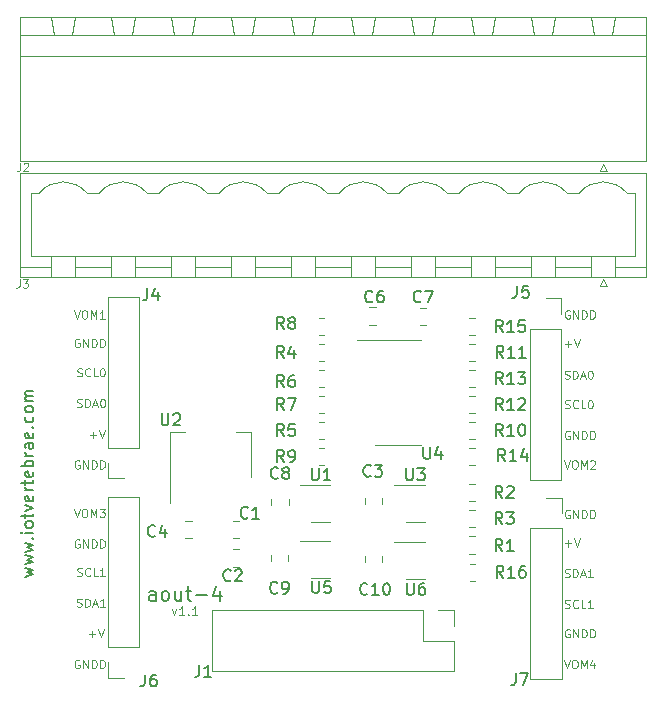
<source format=gbr>
%TF.GenerationSoftware,KiCad,Pcbnew,6.0.11+dfsg-1~bpo11+1*%
%TF.CreationDate,2023-04-06T13:38:35+02:00*%
%TF.ProjectId,aout-4_11,616f7574-2d34-45f3-9131-2e6b69636164,1.1*%
%TF.SameCoordinates,Original*%
%TF.FileFunction,Legend,Top*%
%TF.FilePolarity,Positive*%
%FSLAX46Y46*%
G04 Gerber Fmt 4.6, Leading zero omitted, Abs format (unit mm)*
G04 Created by KiCad (PCBNEW 6.0.11+dfsg-1~bpo11+1) date 2023-04-06 13:38:35*
%MOMM*%
%LPD*%
G01*
G04 APERTURE LIST*
%ADD10C,0.110000*%
%ADD11C,0.200000*%
%ADD12C,0.120000*%
%ADD13C,0.150000*%
%ADD14C,0.100000*%
G04 APERTURE END LIST*
D10*
X165516666Y-115050000D02*
X165450000Y-115016666D01*
X165350000Y-115016666D01*
X165250000Y-115050000D01*
X165183333Y-115116666D01*
X165150000Y-115183333D01*
X165116666Y-115316666D01*
X165116666Y-115416666D01*
X165150000Y-115550000D01*
X165183333Y-115616666D01*
X165250000Y-115683333D01*
X165350000Y-115716666D01*
X165416666Y-115716666D01*
X165516666Y-115683333D01*
X165550000Y-115650000D01*
X165550000Y-115416666D01*
X165416666Y-115416666D01*
X165850000Y-115716666D02*
X165850000Y-115016666D01*
X166250000Y-115716666D01*
X166250000Y-115016666D01*
X166583333Y-115716666D02*
X166583333Y-115016666D01*
X166750000Y-115016666D01*
X166850000Y-115050000D01*
X166916666Y-115116666D01*
X166950000Y-115183333D01*
X166983333Y-115316666D01*
X166983333Y-115416666D01*
X166950000Y-115550000D01*
X166916666Y-115616666D01*
X166850000Y-115683333D01*
X166750000Y-115716666D01*
X166583333Y-115716666D01*
X167283333Y-115716666D02*
X167283333Y-115016666D01*
X167450000Y-115016666D01*
X167550000Y-115050000D01*
X167616666Y-115116666D01*
X167650000Y-115183333D01*
X167683333Y-115316666D01*
X167683333Y-115416666D01*
X167650000Y-115550000D01*
X167616666Y-115616666D01*
X167550000Y-115683333D01*
X167450000Y-115716666D01*
X167283333Y-115716666D01*
X165516666Y-88050000D02*
X165450000Y-88016666D01*
X165350000Y-88016666D01*
X165250000Y-88050000D01*
X165183333Y-88116666D01*
X165150000Y-88183333D01*
X165116666Y-88316666D01*
X165116666Y-88416666D01*
X165150000Y-88550000D01*
X165183333Y-88616666D01*
X165250000Y-88683333D01*
X165350000Y-88716666D01*
X165416666Y-88716666D01*
X165516666Y-88683333D01*
X165550000Y-88650000D01*
X165550000Y-88416666D01*
X165416666Y-88416666D01*
X165850000Y-88716666D02*
X165850000Y-88016666D01*
X166250000Y-88716666D01*
X166250000Y-88016666D01*
X166583333Y-88716666D02*
X166583333Y-88016666D01*
X166750000Y-88016666D01*
X166850000Y-88050000D01*
X166916666Y-88116666D01*
X166950000Y-88183333D01*
X166983333Y-88316666D01*
X166983333Y-88416666D01*
X166950000Y-88550000D01*
X166916666Y-88616666D01*
X166850000Y-88683333D01*
X166750000Y-88716666D01*
X166583333Y-88716666D01*
X167283333Y-88716666D02*
X167283333Y-88016666D01*
X167450000Y-88016666D01*
X167550000Y-88050000D01*
X167616666Y-88116666D01*
X167650000Y-88183333D01*
X167683333Y-88316666D01*
X167683333Y-88416666D01*
X167650000Y-88550000D01*
X167616666Y-88616666D01*
X167550000Y-88683333D01*
X167450000Y-88716666D01*
X167283333Y-88716666D01*
X165133333Y-113183333D02*
X165233333Y-113216666D01*
X165400000Y-113216666D01*
X165466666Y-113183333D01*
X165500000Y-113150000D01*
X165533333Y-113083333D01*
X165533333Y-113016666D01*
X165500000Y-112950000D01*
X165466666Y-112916666D01*
X165400000Y-112883333D01*
X165266666Y-112850000D01*
X165200000Y-112816666D01*
X165166666Y-112783333D01*
X165133333Y-112716666D01*
X165133333Y-112650000D01*
X165166666Y-112583333D01*
X165200000Y-112550000D01*
X165266666Y-112516666D01*
X165433333Y-112516666D01*
X165533333Y-112550000D01*
X166233333Y-113150000D02*
X166200000Y-113183333D01*
X166100000Y-113216666D01*
X166033333Y-113216666D01*
X165933333Y-113183333D01*
X165866666Y-113116666D01*
X165833333Y-113050000D01*
X165800000Y-112916666D01*
X165800000Y-112816666D01*
X165833333Y-112683333D01*
X165866666Y-112616666D01*
X165933333Y-112550000D01*
X166033333Y-112516666D01*
X166100000Y-112516666D01*
X166200000Y-112550000D01*
X166233333Y-112583333D01*
X166866666Y-113216666D02*
X166533333Y-113216666D01*
X166533333Y-112516666D01*
X167466666Y-113216666D02*
X167066666Y-113216666D01*
X167266666Y-113216666D02*
X167266666Y-112516666D01*
X167200000Y-112616666D01*
X167133333Y-112683333D01*
X167066666Y-112716666D01*
X124933333Y-98550000D02*
X125466666Y-98550000D01*
X125200000Y-98816666D02*
X125200000Y-98283333D01*
X125700000Y-98116666D02*
X125933333Y-98816666D01*
X126166666Y-98116666D01*
X123566666Y-104816666D02*
X123800000Y-105516666D01*
X124033333Y-104816666D01*
X124400000Y-104816666D02*
X124533333Y-104816666D01*
X124600000Y-104850000D01*
X124666666Y-104916666D01*
X124700000Y-105050000D01*
X124700000Y-105283333D01*
X124666666Y-105416666D01*
X124600000Y-105483333D01*
X124533333Y-105516666D01*
X124400000Y-105516666D01*
X124333333Y-105483333D01*
X124266666Y-105416666D01*
X124233333Y-105283333D01*
X124233333Y-105050000D01*
X124266666Y-104916666D01*
X124333333Y-104850000D01*
X124400000Y-104816666D01*
X125000000Y-105516666D02*
X125000000Y-104816666D01*
X125233333Y-105316666D01*
X125466666Y-104816666D01*
X125466666Y-105516666D01*
X125733333Y-104816666D02*
X126166666Y-104816666D01*
X125933333Y-105083333D01*
X126033333Y-105083333D01*
X126100000Y-105116666D01*
X126133333Y-105150000D01*
X126166666Y-105216666D01*
X126166666Y-105383333D01*
X126133333Y-105450000D01*
X126100000Y-105483333D01*
X126033333Y-105516666D01*
X125833333Y-105516666D01*
X125766666Y-105483333D01*
X125733333Y-105450000D01*
X124016666Y-90450000D02*
X123950000Y-90416666D01*
X123850000Y-90416666D01*
X123750000Y-90450000D01*
X123683333Y-90516666D01*
X123650000Y-90583333D01*
X123616666Y-90716666D01*
X123616666Y-90816666D01*
X123650000Y-90950000D01*
X123683333Y-91016666D01*
X123750000Y-91083333D01*
X123850000Y-91116666D01*
X123916666Y-91116666D01*
X124016666Y-91083333D01*
X124050000Y-91050000D01*
X124050000Y-90816666D01*
X123916666Y-90816666D01*
X124350000Y-91116666D02*
X124350000Y-90416666D01*
X124750000Y-91116666D01*
X124750000Y-90416666D01*
X125083333Y-91116666D02*
X125083333Y-90416666D01*
X125250000Y-90416666D01*
X125350000Y-90450000D01*
X125416666Y-90516666D01*
X125450000Y-90583333D01*
X125483333Y-90716666D01*
X125483333Y-90816666D01*
X125450000Y-90950000D01*
X125416666Y-91016666D01*
X125350000Y-91083333D01*
X125250000Y-91116666D01*
X125083333Y-91116666D01*
X125783333Y-91116666D02*
X125783333Y-90416666D01*
X125950000Y-90416666D01*
X126050000Y-90450000D01*
X126116666Y-90516666D01*
X126150000Y-90583333D01*
X126183333Y-90716666D01*
X126183333Y-90816666D01*
X126150000Y-90950000D01*
X126116666Y-91016666D01*
X126050000Y-91083333D01*
X125950000Y-91116666D01*
X125783333Y-91116666D01*
X124016666Y-100750000D02*
X123950000Y-100716666D01*
X123850000Y-100716666D01*
X123750000Y-100750000D01*
X123683333Y-100816666D01*
X123650000Y-100883333D01*
X123616666Y-101016666D01*
X123616666Y-101116666D01*
X123650000Y-101250000D01*
X123683333Y-101316666D01*
X123750000Y-101383333D01*
X123850000Y-101416666D01*
X123916666Y-101416666D01*
X124016666Y-101383333D01*
X124050000Y-101350000D01*
X124050000Y-101116666D01*
X123916666Y-101116666D01*
X124350000Y-101416666D02*
X124350000Y-100716666D01*
X124750000Y-101416666D01*
X124750000Y-100716666D01*
X125083333Y-101416666D02*
X125083333Y-100716666D01*
X125250000Y-100716666D01*
X125350000Y-100750000D01*
X125416666Y-100816666D01*
X125450000Y-100883333D01*
X125483333Y-101016666D01*
X125483333Y-101116666D01*
X125450000Y-101250000D01*
X125416666Y-101316666D01*
X125350000Y-101383333D01*
X125250000Y-101416666D01*
X125083333Y-101416666D01*
X125783333Y-101416666D02*
X125783333Y-100716666D01*
X125950000Y-100716666D01*
X126050000Y-100750000D01*
X126116666Y-100816666D01*
X126150000Y-100883333D01*
X126183333Y-101016666D01*
X126183333Y-101116666D01*
X126150000Y-101250000D01*
X126116666Y-101316666D01*
X126050000Y-101383333D01*
X125950000Y-101416666D01*
X125783333Y-101416666D01*
X123833333Y-110483333D02*
X123933333Y-110516666D01*
X124100000Y-110516666D01*
X124166666Y-110483333D01*
X124200000Y-110450000D01*
X124233333Y-110383333D01*
X124233333Y-110316666D01*
X124200000Y-110250000D01*
X124166666Y-110216666D01*
X124100000Y-110183333D01*
X123966666Y-110150000D01*
X123900000Y-110116666D01*
X123866666Y-110083333D01*
X123833333Y-110016666D01*
X123833333Y-109950000D01*
X123866666Y-109883333D01*
X123900000Y-109850000D01*
X123966666Y-109816666D01*
X124133333Y-109816666D01*
X124233333Y-109850000D01*
X124933333Y-110450000D02*
X124900000Y-110483333D01*
X124800000Y-110516666D01*
X124733333Y-110516666D01*
X124633333Y-110483333D01*
X124566666Y-110416666D01*
X124533333Y-110350000D01*
X124500000Y-110216666D01*
X124500000Y-110116666D01*
X124533333Y-109983333D01*
X124566666Y-109916666D01*
X124633333Y-109850000D01*
X124733333Y-109816666D01*
X124800000Y-109816666D01*
X124900000Y-109850000D01*
X124933333Y-109883333D01*
X125566666Y-110516666D02*
X125233333Y-110516666D01*
X125233333Y-109816666D01*
X126166666Y-110516666D02*
X125766666Y-110516666D01*
X125966666Y-110516666D02*
X125966666Y-109816666D01*
X125900000Y-109916666D01*
X125833333Y-109983333D01*
X125766666Y-110016666D01*
D11*
X130464285Y-112592857D02*
X130464285Y-111964285D01*
X130407142Y-111850000D01*
X130292857Y-111792857D01*
X130064285Y-111792857D01*
X129950000Y-111850000D01*
X130464285Y-112535714D02*
X130350000Y-112592857D01*
X130064285Y-112592857D01*
X129950000Y-112535714D01*
X129892857Y-112421428D01*
X129892857Y-112307142D01*
X129950000Y-112192857D01*
X130064285Y-112135714D01*
X130350000Y-112135714D01*
X130464285Y-112078571D01*
X131207142Y-112592857D02*
X131092857Y-112535714D01*
X131035714Y-112478571D01*
X130978571Y-112364285D01*
X130978571Y-112021428D01*
X131035714Y-111907142D01*
X131092857Y-111850000D01*
X131207142Y-111792857D01*
X131378571Y-111792857D01*
X131492857Y-111850000D01*
X131550000Y-111907142D01*
X131607142Y-112021428D01*
X131607142Y-112364285D01*
X131550000Y-112478571D01*
X131492857Y-112535714D01*
X131378571Y-112592857D01*
X131207142Y-112592857D01*
X132635714Y-111792857D02*
X132635714Y-112592857D01*
X132121428Y-111792857D02*
X132121428Y-112421428D01*
X132178571Y-112535714D01*
X132292857Y-112592857D01*
X132464285Y-112592857D01*
X132578571Y-112535714D01*
X132635714Y-112478571D01*
X133035714Y-111792857D02*
X133492857Y-111792857D01*
X133207142Y-111392857D02*
X133207142Y-112421428D01*
X133264285Y-112535714D01*
X133378571Y-112592857D01*
X133492857Y-112592857D01*
X133892857Y-112135714D02*
X134807142Y-112135714D01*
X135892857Y-111792857D02*
X135892857Y-112592857D01*
X135607142Y-111335714D02*
X135321428Y-112192857D01*
X136064285Y-112192857D01*
D10*
X123833333Y-93583333D02*
X123933333Y-93616666D01*
X124100000Y-93616666D01*
X124166666Y-93583333D01*
X124200000Y-93550000D01*
X124233333Y-93483333D01*
X124233333Y-93416666D01*
X124200000Y-93350000D01*
X124166666Y-93316666D01*
X124100000Y-93283333D01*
X123966666Y-93250000D01*
X123900000Y-93216666D01*
X123866666Y-93183333D01*
X123833333Y-93116666D01*
X123833333Y-93050000D01*
X123866666Y-92983333D01*
X123900000Y-92950000D01*
X123966666Y-92916666D01*
X124133333Y-92916666D01*
X124233333Y-92950000D01*
X124933333Y-93550000D02*
X124900000Y-93583333D01*
X124800000Y-93616666D01*
X124733333Y-93616666D01*
X124633333Y-93583333D01*
X124566666Y-93516666D01*
X124533333Y-93450000D01*
X124500000Y-93316666D01*
X124500000Y-93216666D01*
X124533333Y-93083333D01*
X124566666Y-93016666D01*
X124633333Y-92950000D01*
X124733333Y-92916666D01*
X124800000Y-92916666D01*
X124900000Y-92950000D01*
X124933333Y-92983333D01*
X125566666Y-93616666D02*
X125233333Y-93616666D01*
X125233333Y-92916666D01*
X125933333Y-92916666D02*
X126000000Y-92916666D01*
X126066666Y-92950000D01*
X126100000Y-92983333D01*
X126133333Y-93050000D01*
X126166666Y-93183333D01*
X126166666Y-93350000D01*
X126133333Y-93483333D01*
X126100000Y-93550000D01*
X126066666Y-93583333D01*
X126000000Y-93616666D01*
X125933333Y-93616666D01*
X125866666Y-93583333D01*
X125833333Y-93550000D01*
X125800000Y-93483333D01*
X125766666Y-93350000D01*
X125766666Y-93183333D01*
X125800000Y-93050000D01*
X125833333Y-92983333D01*
X125866666Y-92950000D01*
X125933333Y-92916666D01*
X124016666Y-107450000D02*
X123950000Y-107416666D01*
X123850000Y-107416666D01*
X123750000Y-107450000D01*
X123683333Y-107516666D01*
X123650000Y-107583333D01*
X123616666Y-107716666D01*
X123616666Y-107816666D01*
X123650000Y-107950000D01*
X123683333Y-108016666D01*
X123750000Y-108083333D01*
X123850000Y-108116666D01*
X123916666Y-108116666D01*
X124016666Y-108083333D01*
X124050000Y-108050000D01*
X124050000Y-107816666D01*
X123916666Y-107816666D01*
X124350000Y-108116666D02*
X124350000Y-107416666D01*
X124750000Y-108116666D01*
X124750000Y-107416666D01*
X125083333Y-108116666D02*
X125083333Y-107416666D01*
X125250000Y-107416666D01*
X125350000Y-107450000D01*
X125416666Y-107516666D01*
X125450000Y-107583333D01*
X125483333Y-107716666D01*
X125483333Y-107816666D01*
X125450000Y-107950000D01*
X125416666Y-108016666D01*
X125350000Y-108083333D01*
X125250000Y-108116666D01*
X125083333Y-108116666D01*
X125783333Y-108116666D02*
X125783333Y-107416666D01*
X125950000Y-107416666D01*
X126050000Y-107450000D01*
X126116666Y-107516666D01*
X126150000Y-107583333D01*
X126183333Y-107716666D01*
X126183333Y-107816666D01*
X126150000Y-107950000D01*
X126116666Y-108016666D01*
X126050000Y-108083333D01*
X125950000Y-108116666D01*
X125783333Y-108116666D01*
X165116666Y-110583333D02*
X165216666Y-110616666D01*
X165383333Y-110616666D01*
X165450000Y-110583333D01*
X165483333Y-110550000D01*
X165516666Y-110483333D01*
X165516666Y-110416666D01*
X165483333Y-110350000D01*
X165450000Y-110316666D01*
X165383333Y-110283333D01*
X165250000Y-110250000D01*
X165183333Y-110216666D01*
X165150000Y-110183333D01*
X165116666Y-110116666D01*
X165116666Y-110050000D01*
X165150000Y-109983333D01*
X165183333Y-109950000D01*
X165250000Y-109916666D01*
X165416666Y-109916666D01*
X165516666Y-109950000D01*
X165816666Y-110616666D02*
X165816666Y-109916666D01*
X165983333Y-109916666D01*
X166083333Y-109950000D01*
X166150000Y-110016666D01*
X166183333Y-110083333D01*
X166216666Y-110216666D01*
X166216666Y-110316666D01*
X166183333Y-110450000D01*
X166150000Y-110516666D01*
X166083333Y-110583333D01*
X165983333Y-110616666D01*
X165816666Y-110616666D01*
X166483333Y-110416666D02*
X166816666Y-110416666D01*
X166416666Y-110616666D02*
X166650000Y-109916666D01*
X166883333Y-110616666D01*
X167483333Y-110616666D02*
X167083333Y-110616666D01*
X167283333Y-110616666D02*
X167283333Y-109916666D01*
X167216666Y-110016666D01*
X167150000Y-110083333D01*
X167083333Y-110116666D01*
X123816666Y-113083333D02*
X123916666Y-113116666D01*
X124083333Y-113116666D01*
X124150000Y-113083333D01*
X124183333Y-113050000D01*
X124216666Y-112983333D01*
X124216666Y-112916666D01*
X124183333Y-112850000D01*
X124150000Y-112816666D01*
X124083333Y-112783333D01*
X123950000Y-112750000D01*
X123883333Y-112716666D01*
X123850000Y-112683333D01*
X123816666Y-112616666D01*
X123816666Y-112550000D01*
X123850000Y-112483333D01*
X123883333Y-112450000D01*
X123950000Y-112416666D01*
X124116666Y-112416666D01*
X124216666Y-112450000D01*
X124516666Y-113116666D02*
X124516666Y-112416666D01*
X124683333Y-112416666D01*
X124783333Y-112450000D01*
X124850000Y-112516666D01*
X124883333Y-112583333D01*
X124916666Y-112716666D01*
X124916666Y-112816666D01*
X124883333Y-112950000D01*
X124850000Y-113016666D01*
X124783333Y-113083333D01*
X124683333Y-113116666D01*
X124516666Y-113116666D01*
X125183333Y-112916666D02*
X125516666Y-112916666D01*
X125116666Y-113116666D02*
X125350000Y-112416666D01*
X125583333Y-113116666D01*
X126183333Y-113116666D02*
X125783333Y-113116666D01*
X125983333Y-113116666D02*
X125983333Y-112416666D01*
X125916666Y-112516666D01*
X125850000Y-112583333D01*
X125783333Y-112616666D01*
X124016666Y-117650000D02*
X123950000Y-117616666D01*
X123850000Y-117616666D01*
X123750000Y-117650000D01*
X123683333Y-117716666D01*
X123650000Y-117783333D01*
X123616666Y-117916666D01*
X123616666Y-118016666D01*
X123650000Y-118150000D01*
X123683333Y-118216666D01*
X123750000Y-118283333D01*
X123850000Y-118316666D01*
X123916666Y-118316666D01*
X124016666Y-118283333D01*
X124050000Y-118250000D01*
X124050000Y-118016666D01*
X123916666Y-118016666D01*
X124350000Y-118316666D02*
X124350000Y-117616666D01*
X124750000Y-118316666D01*
X124750000Y-117616666D01*
X125083333Y-118316666D02*
X125083333Y-117616666D01*
X125250000Y-117616666D01*
X125350000Y-117650000D01*
X125416666Y-117716666D01*
X125450000Y-117783333D01*
X125483333Y-117916666D01*
X125483333Y-118016666D01*
X125450000Y-118150000D01*
X125416666Y-118216666D01*
X125350000Y-118283333D01*
X125250000Y-118316666D01*
X125083333Y-118316666D01*
X125783333Y-118316666D02*
X125783333Y-117616666D01*
X125950000Y-117616666D01*
X126050000Y-117650000D01*
X126116666Y-117716666D01*
X126150000Y-117783333D01*
X126183333Y-117916666D01*
X126183333Y-118016666D01*
X126150000Y-118150000D01*
X126116666Y-118216666D01*
X126050000Y-118283333D01*
X125950000Y-118316666D01*
X125783333Y-118316666D01*
X165516666Y-104950000D02*
X165450000Y-104916666D01*
X165350000Y-104916666D01*
X165250000Y-104950000D01*
X165183333Y-105016666D01*
X165150000Y-105083333D01*
X165116666Y-105216666D01*
X165116666Y-105316666D01*
X165150000Y-105450000D01*
X165183333Y-105516666D01*
X165250000Y-105583333D01*
X165350000Y-105616666D01*
X165416666Y-105616666D01*
X165516666Y-105583333D01*
X165550000Y-105550000D01*
X165550000Y-105316666D01*
X165416666Y-105316666D01*
X165850000Y-105616666D02*
X165850000Y-104916666D01*
X166250000Y-105616666D01*
X166250000Y-104916666D01*
X166583333Y-105616666D02*
X166583333Y-104916666D01*
X166750000Y-104916666D01*
X166850000Y-104950000D01*
X166916666Y-105016666D01*
X166950000Y-105083333D01*
X166983333Y-105216666D01*
X166983333Y-105316666D01*
X166950000Y-105450000D01*
X166916666Y-105516666D01*
X166850000Y-105583333D01*
X166750000Y-105616666D01*
X166583333Y-105616666D01*
X167283333Y-105616666D02*
X167283333Y-104916666D01*
X167450000Y-104916666D01*
X167550000Y-104950000D01*
X167616666Y-105016666D01*
X167650000Y-105083333D01*
X167683333Y-105216666D01*
X167683333Y-105316666D01*
X167650000Y-105450000D01*
X167616666Y-105516666D01*
X167550000Y-105583333D01*
X167450000Y-105616666D01*
X167283333Y-105616666D01*
X123816666Y-96183333D02*
X123916666Y-96216666D01*
X124083333Y-96216666D01*
X124150000Y-96183333D01*
X124183333Y-96150000D01*
X124216666Y-96083333D01*
X124216666Y-96016666D01*
X124183333Y-95950000D01*
X124150000Y-95916666D01*
X124083333Y-95883333D01*
X123950000Y-95850000D01*
X123883333Y-95816666D01*
X123850000Y-95783333D01*
X123816666Y-95716666D01*
X123816666Y-95650000D01*
X123850000Y-95583333D01*
X123883333Y-95550000D01*
X123950000Y-95516666D01*
X124116666Y-95516666D01*
X124216666Y-95550000D01*
X124516666Y-96216666D02*
X124516666Y-95516666D01*
X124683333Y-95516666D01*
X124783333Y-95550000D01*
X124850000Y-95616666D01*
X124883333Y-95683333D01*
X124916666Y-95816666D01*
X124916666Y-95916666D01*
X124883333Y-96050000D01*
X124850000Y-96116666D01*
X124783333Y-96183333D01*
X124683333Y-96216666D01*
X124516666Y-96216666D01*
X125183333Y-96016666D02*
X125516666Y-96016666D01*
X125116666Y-96216666D02*
X125350000Y-95516666D01*
X125583333Y-96216666D01*
X125950000Y-95516666D02*
X126016666Y-95516666D01*
X126083333Y-95550000D01*
X126116666Y-95583333D01*
X126150000Y-95650000D01*
X126183333Y-95783333D01*
X126183333Y-95950000D01*
X126150000Y-96083333D01*
X126116666Y-96150000D01*
X126083333Y-96183333D01*
X126016666Y-96216666D01*
X125950000Y-96216666D01*
X125883333Y-96183333D01*
X125850000Y-96150000D01*
X125816666Y-96083333D01*
X125783333Y-95950000D01*
X125783333Y-95783333D01*
X125816666Y-95650000D01*
X125850000Y-95583333D01*
X125883333Y-95550000D01*
X125950000Y-95516666D01*
X165516666Y-98250000D02*
X165450000Y-98216666D01*
X165350000Y-98216666D01*
X165250000Y-98250000D01*
X165183333Y-98316666D01*
X165150000Y-98383333D01*
X165116666Y-98516666D01*
X165116666Y-98616666D01*
X165150000Y-98750000D01*
X165183333Y-98816666D01*
X165250000Y-98883333D01*
X165350000Y-98916666D01*
X165416666Y-98916666D01*
X165516666Y-98883333D01*
X165550000Y-98850000D01*
X165550000Y-98616666D01*
X165416666Y-98616666D01*
X165850000Y-98916666D02*
X165850000Y-98216666D01*
X166250000Y-98916666D01*
X166250000Y-98216666D01*
X166583333Y-98916666D02*
X166583333Y-98216666D01*
X166750000Y-98216666D01*
X166850000Y-98250000D01*
X166916666Y-98316666D01*
X166950000Y-98383333D01*
X166983333Y-98516666D01*
X166983333Y-98616666D01*
X166950000Y-98750000D01*
X166916666Y-98816666D01*
X166850000Y-98883333D01*
X166750000Y-98916666D01*
X166583333Y-98916666D01*
X167283333Y-98916666D02*
X167283333Y-98216666D01*
X167450000Y-98216666D01*
X167550000Y-98250000D01*
X167616666Y-98316666D01*
X167650000Y-98383333D01*
X167683333Y-98516666D01*
X167683333Y-98616666D01*
X167650000Y-98750000D01*
X167616666Y-98816666D01*
X167550000Y-98883333D01*
X167450000Y-98916666D01*
X167283333Y-98916666D01*
X165116666Y-93783333D02*
X165216666Y-93816666D01*
X165383333Y-93816666D01*
X165450000Y-93783333D01*
X165483333Y-93750000D01*
X165516666Y-93683333D01*
X165516666Y-93616666D01*
X165483333Y-93550000D01*
X165450000Y-93516666D01*
X165383333Y-93483333D01*
X165250000Y-93450000D01*
X165183333Y-93416666D01*
X165150000Y-93383333D01*
X165116666Y-93316666D01*
X165116666Y-93250000D01*
X165150000Y-93183333D01*
X165183333Y-93150000D01*
X165250000Y-93116666D01*
X165416666Y-93116666D01*
X165516666Y-93150000D01*
X165816666Y-93816666D02*
X165816666Y-93116666D01*
X165983333Y-93116666D01*
X166083333Y-93150000D01*
X166150000Y-93216666D01*
X166183333Y-93283333D01*
X166216666Y-93416666D01*
X166216666Y-93516666D01*
X166183333Y-93650000D01*
X166150000Y-93716666D01*
X166083333Y-93783333D01*
X165983333Y-93816666D01*
X165816666Y-93816666D01*
X166483333Y-93616666D02*
X166816666Y-93616666D01*
X166416666Y-93816666D02*
X166650000Y-93116666D01*
X166883333Y-93816666D01*
X167250000Y-93116666D02*
X167316666Y-93116666D01*
X167383333Y-93150000D01*
X167416666Y-93183333D01*
X167450000Y-93250000D01*
X167483333Y-93383333D01*
X167483333Y-93550000D01*
X167450000Y-93683333D01*
X167416666Y-93750000D01*
X167383333Y-93783333D01*
X167316666Y-93816666D01*
X167250000Y-93816666D01*
X167183333Y-93783333D01*
X167150000Y-93750000D01*
X167116666Y-93683333D01*
X167083333Y-93550000D01*
X167083333Y-93383333D01*
X167116666Y-93250000D01*
X167150000Y-93183333D01*
X167183333Y-93150000D01*
X167250000Y-93116666D01*
X123566666Y-88016666D02*
X123800000Y-88716666D01*
X124033333Y-88016666D01*
X124400000Y-88016666D02*
X124533333Y-88016666D01*
X124600000Y-88050000D01*
X124666666Y-88116666D01*
X124700000Y-88250000D01*
X124700000Y-88483333D01*
X124666666Y-88616666D01*
X124600000Y-88683333D01*
X124533333Y-88716666D01*
X124400000Y-88716666D01*
X124333333Y-88683333D01*
X124266666Y-88616666D01*
X124233333Y-88483333D01*
X124233333Y-88250000D01*
X124266666Y-88116666D01*
X124333333Y-88050000D01*
X124400000Y-88016666D01*
X125000000Y-88716666D02*
X125000000Y-88016666D01*
X125233333Y-88516666D01*
X125466666Y-88016666D01*
X125466666Y-88716666D01*
X126166666Y-88716666D02*
X125766666Y-88716666D01*
X125966666Y-88716666D02*
X125966666Y-88016666D01*
X125900000Y-88116666D01*
X125833333Y-88183333D01*
X125766666Y-88216666D01*
X165066666Y-100716666D02*
X165300000Y-101416666D01*
X165533333Y-100716666D01*
X165900000Y-100716666D02*
X166033333Y-100716666D01*
X166100000Y-100750000D01*
X166166666Y-100816666D01*
X166200000Y-100950000D01*
X166200000Y-101183333D01*
X166166666Y-101316666D01*
X166100000Y-101383333D01*
X166033333Y-101416666D01*
X165900000Y-101416666D01*
X165833333Y-101383333D01*
X165766666Y-101316666D01*
X165733333Y-101183333D01*
X165733333Y-100950000D01*
X165766666Y-100816666D01*
X165833333Y-100750000D01*
X165900000Y-100716666D01*
X166500000Y-101416666D02*
X166500000Y-100716666D01*
X166733333Y-101216666D01*
X166966666Y-100716666D01*
X166966666Y-101416666D01*
X167266666Y-100783333D02*
X167300000Y-100750000D01*
X167366666Y-100716666D01*
X167533333Y-100716666D01*
X167600000Y-100750000D01*
X167633333Y-100783333D01*
X167666666Y-100850000D01*
X167666666Y-100916666D01*
X167633333Y-101016666D01*
X167233333Y-101416666D01*
X167666666Y-101416666D01*
D12*
X131878571Y-113339285D02*
X132057142Y-113839285D01*
X132235714Y-113339285D01*
X132914285Y-113839285D02*
X132485714Y-113839285D01*
X132700000Y-113839285D02*
X132700000Y-113089285D01*
X132628571Y-113196428D01*
X132557142Y-113267857D01*
X132485714Y-113303571D01*
X133235714Y-113767857D02*
X133271428Y-113803571D01*
X133235714Y-113839285D01*
X133200000Y-113803571D01*
X133235714Y-113767857D01*
X133235714Y-113839285D01*
X133985714Y-113839285D02*
X133557142Y-113839285D01*
X133771428Y-113839285D02*
X133771428Y-113089285D01*
X133700000Y-113196428D01*
X133628571Y-113267857D01*
X133557142Y-113303571D01*
D10*
X165133333Y-90850000D02*
X165666666Y-90850000D01*
X165400000Y-91116666D02*
X165400000Y-90583333D01*
X165900000Y-90416666D02*
X166133333Y-91116666D01*
X166366666Y-90416666D01*
X124833333Y-115450000D02*
X125366666Y-115450000D01*
X125100000Y-115716666D02*
X125100000Y-115183333D01*
X125600000Y-115016666D02*
X125833333Y-115716666D01*
X126066666Y-115016666D01*
X165066666Y-117616666D02*
X165300000Y-118316666D01*
X165533333Y-117616666D01*
X165900000Y-117616666D02*
X166033333Y-117616666D01*
X166100000Y-117650000D01*
X166166666Y-117716666D01*
X166200000Y-117850000D01*
X166200000Y-118083333D01*
X166166666Y-118216666D01*
X166100000Y-118283333D01*
X166033333Y-118316666D01*
X165900000Y-118316666D01*
X165833333Y-118283333D01*
X165766666Y-118216666D01*
X165733333Y-118083333D01*
X165733333Y-117850000D01*
X165766666Y-117716666D01*
X165833333Y-117650000D01*
X165900000Y-117616666D01*
X166500000Y-118316666D02*
X166500000Y-117616666D01*
X166733333Y-118116666D01*
X166966666Y-117616666D01*
X166966666Y-118316666D01*
X167600000Y-117850000D02*
X167600000Y-118316666D01*
X167433333Y-117583333D02*
X167266666Y-118083333D01*
X167700000Y-118083333D01*
X165133333Y-107750000D02*
X165666666Y-107750000D01*
X165400000Y-108016666D02*
X165400000Y-107483333D01*
X165900000Y-107316666D02*
X166133333Y-108016666D01*
X166366666Y-107316666D01*
D13*
X119435714Y-110554761D02*
X120102380Y-110364285D01*
X119626190Y-110173809D01*
X120102380Y-109983333D01*
X119435714Y-109792857D01*
X119435714Y-109507142D02*
X120102380Y-109316666D01*
X119626190Y-109126190D01*
X120102380Y-108935714D01*
X119435714Y-108745238D01*
X119435714Y-108459523D02*
X120102380Y-108269047D01*
X119626190Y-108078571D01*
X120102380Y-107888095D01*
X119435714Y-107697619D01*
X120007142Y-107316666D02*
X120054761Y-107269047D01*
X120102380Y-107316666D01*
X120054761Y-107364285D01*
X120007142Y-107316666D01*
X120102380Y-107316666D01*
X120102380Y-106840476D02*
X119435714Y-106840476D01*
X119102380Y-106840476D02*
X119150000Y-106888095D01*
X119197619Y-106840476D01*
X119150000Y-106792857D01*
X119102380Y-106840476D01*
X119197619Y-106840476D01*
X120102380Y-106221428D02*
X120054761Y-106316666D01*
X120007142Y-106364285D01*
X119911904Y-106411904D01*
X119626190Y-106411904D01*
X119530952Y-106364285D01*
X119483333Y-106316666D01*
X119435714Y-106221428D01*
X119435714Y-106078571D01*
X119483333Y-105983333D01*
X119530952Y-105935714D01*
X119626190Y-105888095D01*
X119911904Y-105888095D01*
X120007142Y-105935714D01*
X120054761Y-105983333D01*
X120102380Y-106078571D01*
X120102380Y-106221428D01*
X119435714Y-105602380D02*
X119435714Y-105221428D01*
X119102380Y-105459523D02*
X119959523Y-105459523D01*
X120054761Y-105411904D01*
X120102380Y-105316666D01*
X120102380Y-105221428D01*
X119435714Y-104983333D02*
X120102380Y-104745238D01*
X119435714Y-104507142D01*
X120054761Y-103745238D02*
X120102380Y-103840476D01*
X120102380Y-104030952D01*
X120054761Y-104126190D01*
X119959523Y-104173809D01*
X119578571Y-104173809D01*
X119483333Y-104126190D01*
X119435714Y-104030952D01*
X119435714Y-103840476D01*
X119483333Y-103745238D01*
X119578571Y-103697619D01*
X119673809Y-103697619D01*
X119769047Y-104173809D01*
X120102380Y-103269047D02*
X119435714Y-103269047D01*
X119626190Y-103269047D02*
X119530952Y-103221428D01*
X119483333Y-103173809D01*
X119435714Y-103078571D01*
X119435714Y-102983333D01*
X119435714Y-102792857D02*
X119435714Y-102411904D01*
X119102380Y-102650000D02*
X119959523Y-102650000D01*
X120054761Y-102602380D01*
X120102380Y-102507142D01*
X120102380Y-102411904D01*
X120054761Y-101697619D02*
X120102380Y-101792857D01*
X120102380Y-101983333D01*
X120054761Y-102078571D01*
X119959523Y-102126190D01*
X119578571Y-102126190D01*
X119483333Y-102078571D01*
X119435714Y-101983333D01*
X119435714Y-101792857D01*
X119483333Y-101697619D01*
X119578571Y-101650000D01*
X119673809Y-101650000D01*
X119769047Y-102126190D01*
X120102380Y-101221428D02*
X119102380Y-101221428D01*
X119483333Y-101221428D02*
X119435714Y-101126190D01*
X119435714Y-100935714D01*
X119483333Y-100840476D01*
X119530952Y-100792857D01*
X119626190Y-100745238D01*
X119911904Y-100745238D01*
X120007142Y-100792857D01*
X120054761Y-100840476D01*
X120102380Y-100935714D01*
X120102380Y-101126190D01*
X120054761Y-101221428D01*
X120102380Y-100316666D02*
X119435714Y-100316666D01*
X119626190Y-100316666D02*
X119530952Y-100269047D01*
X119483333Y-100221428D01*
X119435714Y-100126190D01*
X119435714Y-100030952D01*
X120102380Y-99269047D02*
X119578571Y-99269047D01*
X119483333Y-99316666D01*
X119435714Y-99411904D01*
X119435714Y-99602380D01*
X119483333Y-99697619D01*
X120054761Y-99269047D02*
X120102380Y-99364285D01*
X120102380Y-99602380D01*
X120054761Y-99697619D01*
X119959523Y-99745238D01*
X119864285Y-99745238D01*
X119769047Y-99697619D01*
X119721428Y-99602380D01*
X119721428Y-99364285D01*
X119673809Y-99269047D01*
X120054761Y-98411904D02*
X120102380Y-98507142D01*
X120102380Y-98697619D01*
X120054761Y-98792857D01*
X119959523Y-98840476D01*
X119578571Y-98840476D01*
X119483333Y-98792857D01*
X119435714Y-98697619D01*
X119435714Y-98507142D01*
X119483333Y-98411904D01*
X119578571Y-98364285D01*
X119673809Y-98364285D01*
X119769047Y-98840476D01*
X120007142Y-97935714D02*
X120054761Y-97888095D01*
X120102380Y-97935714D01*
X120054761Y-97983333D01*
X120007142Y-97935714D01*
X120102380Y-97935714D01*
X120054761Y-97030952D02*
X120102380Y-97126190D01*
X120102380Y-97316666D01*
X120054761Y-97411904D01*
X120007142Y-97459523D01*
X119911904Y-97507142D01*
X119626190Y-97507142D01*
X119530952Y-97459523D01*
X119483333Y-97411904D01*
X119435714Y-97316666D01*
X119435714Y-97126190D01*
X119483333Y-97030952D01*
X120102380Y-96459523D02*
X120054761Y-96554761D01*
X120007142Y-96602380D01*
X119911904Y-96650000D01*
X119626190Y-96650000D01*
X119530952Y-96602380D01*
X119483333Y-96554761D01*
X119435714Y-96459523D01*
X119435714Y-96316666D01*
X119483333Y-96221428D01*
X119530952Y-96173809D01*
X119626190Y-96126190D01*
X119911904Y-96126190D01*
X120007142Y-96173809D01*
X120054761Y-96221428D01*
X120102380Y-96316666D01*
X120102380Y-96459523D01*
X120102380Y-95697619D02*
X119435714Y-95697619D01*
X119530952Y-95697619D02*
X119483333Y-95650000D01*
X119435714Y-95554761D01*
X119435714Y-95411904D01*
X119483333Y-95316666D01*
X119578571Y-95269047D01*
X120102380Y-95269047D01*
X119578571Y-95269047D02*
X119483333Y-95221428D01*
X119435714Y-95126190D01*
X119435714Y-94983333D01*
X119483333Y-94888095D01*
X119578571Y-94840476D01*
X120102380Y-94840476D01*
D10*
X165133333Y-96283333D02*
X165233333Y-96316666D01*
X165400000Y-96316666D01*
X165466666Y-96283333D01*
X165500000Y-96250000D01*
X165533333Y-96183333D01*
X165533333Y-96116666D01*
X165500000Y-96050000D01*
X165466666Y-96016666D01*
X165400000Y-95983333D01*
X165266666Y-95950000D01*
X165200000Y-95916666D01*
X165166666Y-95883333D01*
X165133333Y-95816666D01*
X165133333Y-95750000D01*
X165166666Y-95683333D01*
X165200000Y-95650000D01*
X165266666Y-95616666D01*
X165433333Y-95616666D01*
X165533333Y-95650000D01*
X166233333Y-96250000D02*
X166200000Y-96283333D01*
X166100000Y-96316666D01*
X166033333Y-96316666D01*
X165933333Y-96283333D01*
X165866666Y-96216666D01*
X165833333Y-96150000D01*
X165800000Y-96016666D01*
X165800000Y-95916666D01*
X165833333Y-95783333D01*
X165866666Y-95716666D01*
X165933333Y-95650000D01*
X166033333Y-95616666D01*
X166100000Y-95616666D01*
X166200000Y-95650000D01*
X166233333Y-95683333D01*
X166866666Y-96316666D02*
X166533333Y-96316666D01*
X166533333Y-95616666D01*
X167233333Y-95616666D02*
X167300000Y-95616666D01*
X167366666Y-95650000D01*
X167400000Y-95683333D01*
X167433333Y-95750000D01*
X167466666Y-95883333D01*
X167466666Y-96050000D01*
X167433333Y-96183333D01*
X167400000Y-96250000D01*
X167366666Y-96283333D01*
X167300000Y-96316666D01*
X167233333Y-96316666D01*
X167166666Y-96283333D01*
X167133333Y-96250000D01*
X167100000Y-96183333D01*
X167066666Y-96050000D01*
X167066666Y-95883333D01*
X167100000Y-95750000D01*
X167133333Y-95683333D01*
X167166666Y-95650000D01*
X167233333Y-95616666D01*
%TO.C,J3*%
X118956666Y-85406666D02*
X118956666Y-85906666D01*
X118923333Y-86006666D01*
X118856666Y-86073333D01*
X118756666Y-86106666D01*
X118690000Y-86106666D01*
X119223333Y-85406666D02*
X119656666Y-85406666D01*
X119423333Y-85673333D01*
X119523333Y-85673333D01*
X119590000Y-85706666D01*
X119623333Y-85740000D01*
X119656666Y-85806666D01*
X119656666Y-85973333D01*
X119623333Y-86040000D01*
X119590000Y-86073333D01*
X119523333Y-86106666D01*
X119323333Y-86106666D01*
X119256666Y-86073333D01*
X119223333Y-86040000D01*
D13*
%TO.C,R1*%
X159833333Y-108402380D02*
X159500000Y-107926190D01*
X159261904Y-108402380D02*
X159261904Y-107402380D01*
X159642857Y-107402380D01*
X159738095Y-107450000D01*
X159785714Y-107497619D01*
X159833333Y-107592857D01*
X159833333Y-107735714D01*
X159785714Y-107830952D01*
X159738095Y-107878571D01*
X159642857Y-107926190D01*
X159261904Y-107926190D01*
X160785714Y-108402380D02*
X160214285Y-108402380D01*
X160500000Y-108402380D02*
X160500000Y-107402380D01*
X160404761Y-107545238D01*
X160309523Y-107640476D01*
X160214285Y-107688095D01*
%TO.C,R11*%
X159917142Y-92032380D02*
X159583809Y-91556190D01*
X159345714Y-92032380D02*
X159345714Y-91032380D01*
X159726666Y-91032380D01*
X159821904Y-91080000D01*
X159869523Y-91127619D01*
X159917142Y-91222857D01*
X159917142Y-91365714D01*
X159869523Y-91460952D01*
X159821904Y-91508571D01*
X159726666Y-91556190D01*
X159345714Y-91556190D01*
X160869523Y-92032380D02*
X160298095Y-92032380D01*
X160583809Y-92032380D02*
X160583809Y-91032380D01*
X160488571Y-91175238D01*
X160393333Y-91270476D01*
X160298095Y-91318095D01*
X161821904Y-92032380D02*
X161250476Y-92032380D01*
X161536190Y-92032380D02*
X161536190Y-91032380D01*
X161440952Y-91175238D01*
X161345714Y-91270476D01*
X161250476Y-91318095D01*
%TO.C,R16*%
X159907142Y-110652380D02*
X159573809Y-110176190D01*
X159335714Y-110652380D02*
X159335714Y-109652380D01*
X159716666Y-109652380D01*
X159811904Y-109700000D01*
X159859523Y-109747619D01*
X159907142Y-109842857D01*
X159907142Y-109985714D01*
X159859523Y-110080952D01*
X159811904Y-110128571D01*
X159716666Y-110176190D01*
X159335714Y-110176190D01*
X160859523Y-110652380D02*
X160288095Y-110652380D01*
X160573809Y-110652380D02*
X160573809Y-109652380D01*
X160478571Y-109795238D01*
X160383333Y-109890476D01*
X160288095Y-109938095D01*
X161716666Y-109652380D02*
X161526190Y-109652380D01*
X161430952Y-109700000D01*
X161383333Y-109747619D01*
X161288095Y-109890476D01*
X161240476Y-110080952D01*
X161240476Y-110461904D01*
X161288095Y-110557142D01*
X161335714Y-110604761D01*
X161430952Y-110652380D01*
X161621428Y-110652380D01*
X161716666Y-110604761D01*
X161764285Y-110557142D01*
X161811904Y-110461904D01*
X161811904Y-110223809D01*
X161764285Y-110128571D01*
X161716666Y-110080952D01*
X161621428Y-110033333D01*
X161430952Y-110033333D01*
X161335714Y-110080952D01*
X161288095Y-110128571D01*
X161240476Y-110223809D01*
%TO.C,C6*%
X148833333Y-87257142D02*
X148785714Y-87304761D01*
X148642857Y-87352380D01*
X148547619Y-87352380D01*
X148404761Y-87304761D01*
X148309523Y-87209523D01*
X148261904Y-87114285D01*
X148214285Y-86923809D01*
X148214285Y-86780952D01*
X148261904Y-86590476D01*
X148309523Y-86495238D01*
X148404761Y-86400000D01*
X148547619Y-86352380D01*
X148642857Y-86352380D01*
X148785714Y-86400000D01*
X148833333Y-86447619D01*
X149690476Y-86352380D02*
X149500000Y-86352380D01*
X149404761Y-86400000D01*
X149357142Y-86447619D01*
X149261904Y-86590476D01*
X149214285Y-86780952D01*
X149214285Y-87161904D01*
X149261904Y-87257142D01*
X149309523Y-87304761D01*
X149404761Y-87352380D01*
X149595238Y-87352380D01*
X149690476Y-87304761D01*
X149738095Y-87257142D01*
X149785714Y-87161904D01*
X149785714Y-86923809D01*
X149738095Y-86828571D01*
X149690476Y-86780952D01*
X149595238Y-86733333D01*
X149404761Y-86733333D01*
X149309523Y-86780952D01*
X149261904Y-86828571D01*
X149214285Y-86923809D01*
%TO.C,J6*%
X129566666Y-118852380D02*
X129566666Y-119566666D01*
X129519047Y-119709523D01*
X129423809Y-119804761D01*
X129280952Y-119852380D01*
X129185714Y-119852380D01*
X130471428Y-118852380D02*
X130280952Y-118852380D01*
X130185714Y-118900000D01*
X130138095Y-118947619D01*
X130042857Y-119090476D01*
X129995238Y-119280952D01*
X129995238Y-119661904D01*
X130042857Y-119757142D01*
X130090476Y-119804761D01*
X130185714Y-119852380D01*
X130376190Y-119852380D01*
X130471428Y-119804761D01*
X130519047Y-119757142D01*
X130566666Y-119661904D01*
X130566666Y-119423809D01*
X130519047Y-119328571D01*
X130471428Y-119280952D01*
X130376190Y-119233333D01*
X130185714Y-119233333D01*
X130090476Y-119280952D01*
X130042857Y-119328571D01*
X129995238Y-119423809D01*
%TO.C,U5*%
X143738095Y-110952380D02*
X143738095Y-111761904D01*
X143785714Y-111857142D01*
X143833333Y-111904761D01*
X143928571Y-111952380D01*
X144119047Y-111952380D01*
X144214285Y-111904761D01*
X144261904Y-111857142D01*
X144309523Y-111761904D01*
X144309523Y-110952380D01*
X145261904Y-110952380D02*
X144785714Y-110952380D01*
X144738095Y-111428571D01*
X144785714Y-111380952D01*
X144880952Y-111333333D01*
X145119047Y-111333333D01*
X145214285Y-111380952D01*
X145261904Y-111428571D01*
X145309523Y-111523809D01*
X145309523Y-111761904D01*
X145261904Y-111857142D01*
X145214285Y-111904761D01*
X145119047Y-111952380D01*
X144880952Y-111952380D01*
X144785714Y-111904761D01*
X144738095Y-111857142D01*
D14*
%TO.C,J2*%
X118996666Y-75526666D02*
X118996666Y-76026666D01*
X118963333Y-76126666D01*
X118896666Y-76193333D01*
X118796666Y-76226666D01*
X118730000Y-76226666D01*
X119296666Y-75593333D02*
X119330000Y-75560000D01*
X119396666Y-75526666D01*
X119563333Y-75526666D01*
X119630000Y-75560000D01*
X119663333Y-75593333D01*
X119696666Y-75660000D01*
X119696666Y-75726666D01*
X119663333Y-75826666D01*
X119263333Y-76226666D01*
X119696666Y-76226666D01*
D13*
%TO.C,R10*%
X159857142Y-98652380D02*
X159523809Y-98176190D01*
X159285714Y-98652380D02*
X159285714Y-97652380D01*
X159666666Y-97652380D01*
X159761904Y-97700000D01*
X159809523Y-97747619D01*
X159857142Y-97842857D01*
X159857142Y-97985714D01*
X159809523Y-98080952D01*
X159761904Y-98128571D01*
X159666666Y-98176190D01*
X159285714Y-98176190D01*
X160809523Y-98652380D02*
X160238095Y-98652380D01*
X160523809Y-98652380D02*
X160523809Y-97652380D01*
X160428571Y-97795238D01*
X160333333Y-97890476D01*
X160238095Y-97938095D01*
X161428571Y-97652380D02*
X161523809Y-97652380D01*
X161619047Y-97700000D01*
X161666666Y-97747619D01*
X161714285Y-97842857D01*
X161761904Y-98033333D01*
X161761904Y-98271428D01*
X161714285Y-98461904D01*
X161666666Y-98557142D01*
X161619047Y-98604761D01*
X161523809Y-98652380D01*
X161428571Y-98652380D01*
X161333333Y-98604761D01*
X161285714Y-98557142D01*
X161238095Y-98461904D01*
X161190476Y-98271428D01*
X161190476Y-98033333D01*
X161238095Y-97842857D01*
X161285714Y-97747619D01*
X161333333Y-97700000D01*
X161428571Y-97652380D01*
%TO.C,R5*%
X141333333Y-98652380D02*
X141000000Y-98176190D01*
X140761904Y-98652380D02*
X140761904Y-97652380D01*
X141142857Y-97652380D01*
X141238095Y-97700000D01*
X141285714Y-97747619D01*
X141333333Y-97842857D01*
X141333333Y-97985714D01*
X141285714Y-98080952D01*
X141238095Y-98128571D01*
X141142857Y-98176190D01*
X140761904Y-98176190D01*
X142238095Y-97652380D02*
X141761904Y-97652380D01*
X141714285Y-98128571D01*
X141761904Y-98080952D01*
X141857142Y-98033333D01*
X142095238Y-98033333D01*
X142190476Y-98080952D01*
X142238095Y-98128571D01*
X142285714Y-98223809D01*
X142285714Y-98461904D01*
X142238095Y-98557142D01*
X142190476Y-98604761D01*
X142095238Y-98652380D01*
X141857142Y-98652380D01*
X141761904Y-98604761D01*
X141714285Y-98557142D01*
%TO.C,R12*%
X159857142Y-96452380D02*
X159523809Y-95976190D01*
X159285714Y-96452380D02*
X159285714Y-95452380D01*
X159666666Y-95452380D01*
X159761904Y-95500000D01*
X159809523Y-95547619D01*
X159857142Y-95642857D01*
X159857142Y-95785714D01*
X159809523Y-95880952D01*
X159761904Y-95928571D01*
X159666666Y-95976190D01*
X159285714Y-95976190D01*
X160809523Y-96452380D02*
X160238095Y-96452380D01*
X160523809Y-96452380D02*
X160523809Y-95452380D01*
X160428571Y-95595238D01*
X160333333Y-95690476D01*
X160238095Y-95738095D01*
X161190476Y-95547619D02*
X161238095Y-95500000D01*
X161333333Y-95452380D01*
X161571428Y-95452380D01*
X161666666Y-95500000D01*
X161714285Y-95547619D01*
X161761904Y-95642857D01*
X161761904Y-95738095D01*
X161714285Y-95880952D01*
X161142857Y-96452380D01*
X161761904Y-96452380D01*
%TO.C,U2*%
X130988095Y-96752380D02*
X130988095Y-97561904D01*
X131035714Y-97657142D01*
X131083333Y-97704761D01*
X131178571Y-97752380D01*
X131369047Y-97752380D01*
X131464285Y-97704761D01*
X131511904Y-97657142D01*
X131559523Y-97561904D01*
X131559523Y-96752380D01*
X131988095Y-96847619D02*
X132035714Y-96800000D01*
X132130952Y-96752380D01*
X132369047Y-96752380D01*
X132464285Y-96800000D01*
X132511904Y-96847619D01*
X132559523Y-96942857D01*
X132559523Y-97038095D01*
X132511904Y-97180952D01*
X131940476Y-97752380D01*
X132559523Y-97752380D01*
%TO.C,U4*%
X153148095Y-99582380D02*
X153148095Y-100391904D01*
X153195714Y-100487142D01*
X153243333Y-100534761D01*
X153338571Y-100582380D01*
X153529047Y-100582380D01*
X153624285Y-100534761D01*
X153671904Y-100487142D01*
X153719523Y-100391904D01*
X153719523Y-99582380D01*
X154624285Y-99915714D02*
X154624285Y-100582380D01*
X154386190Y-99534761D02*
X154148095Y-100249047D01*
X154767142Y-100249047D01*
%TO.C,R15*%
X159857142Y-89852380D02*
X159523809Y-89376190D01*
X159285714Y-89852380D02*
X159285714Y-88852380D01*
X159666666Y-88852380D01*
X159761904Y-88900000D01*
X159809523Y-88947619D01*
X159857142Y-89042857D01*
X159857142Y-89185714D01*
X159809523Y-89280952D01*
X159761904Y-89328571D01*
X159666666Y-89376190D01*
X159285714Y-89376190D01*
X160809523Y-89852380D02*
X160238095Y-89852380D01*
X160523809Y-89852380D02*
X160523809Y-88852380D01*
X160428571Y-88995238D01*
X160333333Y-89090476D01*
X160238095Y-89138095D01*
X161714285Y-88852380D02*
X161238095Y-88852380D01*
X161190476Y-89328571D01*
X161238095Y-89280952D01*
X161333333Y-89233333D01*
X161571428Y-89233333D01*
X161666666Y-89280952D01*
X161714285Y-89328571D01*
X161761904Y-89423809D01*
X161761904Y-89661904D01*
X161714285Y-89757142D01*
X161666666Y-89804761D01*
X161571428Y-89852380D01*
X161333333Y-89852380D01*
X161238095Y-89804761D01*
X161190476Y-89757142D01*
%TO.C,R3*%
X159833333Y-106102380D02*
X159500000Y-105626190D01*
X159261904Y-106102380D02*
X159261904Y-105102380D01*
X159642857Y-105102380D01*
X159738095Y-105150000D01*
X159785714Y-105197619D01*
X159833333Y-105292857D01*
X159833333Y-105435714D01*
X159785714Y-105530952D01*
X159738095Y-105578571D01*
X159642857Y-105626190D01*
X159261904Y-105626190D01*
X160166666Y-105102380D02*
X160785714Y-105102380D01*
X160452380Y-105483333D01*
X160595238Y-105483333D01*
X160690476Y-105530952D01*
X160738095Y-105578571D01*
X160785714Y-105673809D01*
X160785714Y-105911904D01*
X160738095Y-106007142D01*
X160690476Y-106054761D01*
X160595238Y-106102380D01*
X160309523Y-106102380D01*
X160214285Y-106054761D01*
X160166666Y-106007142D01*
%TO.C,J5*%
X161066666Y-85952380D02*
X161066666Y-86666666D01*
X161019047Y-86809523D01*
X160923809Y-86904761D01*
X160780952Y-86952380D01*
X160685714Y-86952380D01*
X162019047Y-85952380D02*
X161542857Y-85952380D01*
X161495238Y-86428571D01*
X161542857Y-86380952D01*
X161638095Y-86333333D01*
X161876190Y-86333333D01*
X161971428Y-86380952D01*
X162019047Y-86428571D01*
X162066666Y-86523809D01*
X162066666Y-86761904D01*
X162019047Y-86857142D01*
X161971428Y-86904761D01*
X161876190Y-86952380D01*
X161638095Y-86952380D01*
X161542857Y-86904761D01*
X161495238Y-86857142D01*
%TO.C,C4*%
X130433333Y-107107142D02*
X130385714Y-107154761D01*
X130242857Y-107202380D01*
X130147619Y-107202380D01*
X130004761Y-107154761D01*
X129909523Y-107059523D01*
X129861904Y-106964285D01*
X129814285Y-106773809D01*
X129814285Y-106630952D01*
X129861904Y-106440476D01*
X129909523Y-106345238D01*
X130004761Y-106250000D01*
X130147619Y-106202380D01*
X130242857Y-106202380D01*
X130385714Y-106250000D01*
X130433333Y-106297619D01*
X131290476Y-106535714D02*
X131290476Y-107202380D01*
X131052380Y-106154761D02*
X130814285Y-106869047D01*
X131433333Y-106869047D01*
%TO.C,C3*%
X148683333Y-102007142D02*
X148635714Y-102054761D01*
X148492857Y-102102380D01*
X148397619Y-102102380D01*
X148254761Y-102054761D01*
X148159523Y-101959523D01*
X148111904Y-101864285D01*
X148064285Y-101673809D01*
X148064285Y-101530952D01*
X148111904Y-101340476D01*
X148159523Y-101245238D01*
X148254761Y-101150000D01*
X148397619Y-101102380D01*
X148492857Y-101102380D01*
X148635714Y-101150000D01*
X148683333Y-101197619D01*
X149016666Y-101102380D02*
X149635714Y-101102380D01*
X149302380Y-101483333D01*
X149445238Y-101483333D01*
X149540476Y-101530952D01*
X149588095Y-101578571D01*
X149635714Y-101673809D01*
X149635714Y-101911904D01*
X149588095Y-102007142D01*
X149540476Y-102054761D01*
X149445238Y-102102380D01*
X149159523Y-102102380D01*
X149064285Y-102054761D01*
X149016666Y-102007142D01*
%TO.C,R8*%
X141333333Y-89602380D02*
X141000000Y-89126190D01*
X140761904Y-89602380D02*
X140761904Y-88602380D01*
X141142857Y-88602380D01*
X141238095Y-88650000D01*
X141285714Y-88697619D01*
X141333333Y-88792857D01*
X141333333Y-88935714D01*
X141285714Y-89030952D01*
X141238095Y-89078571D01*
X141142857Y-89126190D01*
X140761904Y-89126190D01*
X141904761Y-89030952D02*
X141809523Y-88983333D01*
X141761904Y-88935714D01*
X141714285Y-88840476D01*
X141714285Y-88792857D01*
X141761904Y-88697619D01*
X141809523Y-88650000D01*
X141904761Y-88602380D01*
X142095238Y-88602380D01*
X142190476Y-88650000D01*
X142238095Y-88697619D01*
X142285714Y-88792857D01*
X142285714Y-88840476D01*
X142238095Y-88935714D01*
X142190476Y-88983333D01*
X142095238Y-89030952D01*
X141904761Y-89030952D01*
X141809523Y-89078571D01*
X141761904Y-89126190D01*
X141714285Y-89221428D01*
X141714285Y-89411904D01*
X141761904Y-89507142D01*
X141809523Y-89554761D01*
X141904761Y-89602380D01*
X142095238Y-89602380D01*
X142190476Y-89554761D01*
X142238095Y-89507142D01*
X142285714Y-89411904D01*
X142285714Y-89221428D01*
X142238095Y-89126190D01*
X142190476Y-89078571D01*
X142095238Y-89030952D01*
%TO.C,R9*%
X141333333Y-100852380D02*
X141000000Y-100376190D01*
X140761904Y-100852380D02*
X140761904Y-99852380D01*
X141142857Y-99852380D01*
X141238095Y-99900000D01*
X141285714Y-99947619D01*
X141333333Y-100042857D01*
X141333333Y-100185714D01*
X141285714Y-100280952D01*
X141238095Y-100328571D01*
X141142857Y-100376190D01*
X140761904Y-100376190D01*
X141809523Y-100852380D02*
X142000000Y-100852380D01*
X142095238Y-100804761D01*
X142142857Y-100757142D01*
X142238095Y-100614285D01*
X142285714Y-100423809D01*
X142285714Y-100042857D01*
X142238095Y-99947619D01*
X142190476Y-99900000D01*
X142095238Y-99852380D01*
X141904761Y-99852380D01*
X141809523Y-99900000D01*
X141761904Y-99947619D01*
X141714285Y-100042857D01*
X141714285Y-100280952D01*
X141761904Y-100376190D01*
X141809523Y-100423809D01*
X141904761Y-100471428D01*
X142095238Y-100471428D01*
X142190476Y-100423809D01*
X142238095Y-100376190D01*
X142285714Y-100280952D01*
%TO.C,R7*%
X141333333Y-96452380D02*
X141000000Y-95976190D01*
X140761904Y-96452380D02*
X140761904Y-95452380D01*
X141142857Y-95452380D01*
X141238095Y-95500000D01*
X141285714Y-95547619D01*
X141333333Y-95642857D01*
X141333333Y-95785714D01*
X141285714Y-95880952D01*
X141238095Y-95928571D01*
X141142857Y-95976190D01*
X140761904Y-95976190D01*
X141666666Y-95452380D02*
X142333333Y-95452380D01*
X141904761Y-96452380D01*
%TO.C,R14*%
X160067142Y-100762380D02*
X159733809Y-100286190D01*
X159495714Y-100762380D02*
X159495714Y-99762380D01*
X159876666Y-99762380D01*
X159971904Y-99810000D01*
X160019523Y-99857619D01*
X160067142Y-99952857D01*
X160067142Y-100095714D01*
X160019523Y-100190952D01*
X159971904Y-100238571D01*
X159876666Y-100286190D01*
X159495714Y-100286190D01*
X161019523Y-100762380D02*
X160448095Y-100762380D01*
X160733809Y-100762380D02*
X160733809Y-99762380D01*
X160638571Y-99905238D01*
X160543333Y-100000476D01*
X160448095Y-100048095D01*
X161876666Y-100095714D02*
X161876666Y-100762380D01*
X161638571Y-99714761D02*
X161400476Y-100429047D01*
X162019523Y-100429047D01*
%TO.C,R6*%
X141333333Y-94502380D02*
X141000000Y-94026190D01*
X140761904Y-94502380D02*
X140761904Y-93502380D01*
X141142857Y-93502380D01*
X141238095Y-93550000D01*
X141285714Y-93597619D01*
X141333333Y-93692857D01*
X141333333Y-93835714D01*
X141285714Y-93930952D01*
X141238095Y-93978571D01*
X141142857Y-94026190D01*
X140761904Y-94026190D01*
X142190476Y-93502380D02*
X142000000Y-93502380D01*
X141904761Y-93550000D01*
X141857142Y-93597619D01*
X141761904Y-93740476D01*
X141714285Y-93930952D01*
X141714285Y-94311904D01*
X141761904Y-94407142D01*
X141809523Y-94454761D01*
X141904761Y-94502380D01*
X142095238Y-94502380D01*
X142190476Y-94454761D01*
X142238095Y-94407142D01*
X142285714Y-94311904D01*
X142285714Y-94073809D01*
X142238095Y-93978571D01*
X142190476Y-93930952D01*
X142095238Y-93883333D01*
X141904761Y-93883333D01*
X141809523Y-93930952D01*
X141761904Y-93978571D01*
X141714285Y-94073809D01*
%TO.C,C10*%
X148407142Y-112007142D02*
X148359523Y-112054761D01*
X148216666Y-112102380D01*
X148121428Y-112102380D01*
X147978571Y-112054761D01*
X147883333Y-111959523D01*
X147835714Y-111864285D01*
X147788095Y-111673809D01*
X147788095Y-111530952D01*
X147835714Y-111340476D01*
X147883333Y-111245238D01*
X147978571Y-111150000D01*
X148121428Y-111102380D01*
X148216666Y-111102380D01*
X148359523Y-111150000D01*
X148407142Y-111197619D01*
X149359523Y-112102380D02*
X148788095Y-112102380D01*
X149073809Y-112102380D02*
X149073809Y-111102380D01*
X148978571Y-111245238D01*
X148883333Y-111340476D01*
X148788095Y-111388095D01*
X149978571Y-111102380D02*
X150073809Y-111102380D01*
X150169047Y-111150000D01*
X150216666Y-111197619D01*
X150264285Y-111292857D01*
X150311904Y-111483333D01*
X150311904Y-111721428D01*
X150264285Y-111911904D01*
X150216666Y-112007142D01*
X150169047Y-112054761D01*
X150073809Y-112102380D01*
X149978571Y-112102380D01*
X149883333Y-112054761D01*
X149835714Y-112007142D01*
X149788095Y-111911904D01*
X149740476Y-111721428D01*
X149740476Y-111483333D01*
X149788095Y-111292857D01*
X149835714Y-111197619D01*
X149883333Y-111150000D01*
X149978571Y-111102380D01*
%TO.C,C1*%
X138283333Y-105557142D02*
X138235714Y-105604761D01*
X138092857Y-105652380D01*
X137997619Y-105652380D01*
X137854761Y-105604761D01*
X137759523Y-105509523D01*
X137711904Y-105414285D01*
X137664285Y-105223809D01*
X137664285Y-105080952D01*
X137711904Y-104890476D01*
X137759523Y-104795238D01*
X137854761Y-104700000D01*
X137997619Y-104652380D01*
X138092857Y-104652380D01*
X138235714Y-104700000D01*
X138283333Y-104747619D01*
X139235714Y-105652380D02*
X138664285Y-105652380D01*
X138950000Y-105652380D02*
X138950000Y-104652380D01*
X138854761Y-104795238D01*
X138759523Y-104890476D01*
X138664285Y-104938095D01*
%TO.C,J7*%
X160966666Y-118752380D02*
X160966666Y-119466666D01*
X160919047Y-119609523D01*
X160823809Y-119704761D01*
X160680952Y-119752380D01*
X160585714Y-119752380D01*
X161347619Y-118752380D02*
X162014285Y-118752380D01*
X161585714Y-119752380D01*
%TO.C,R2*%
X159833333Y-103902380D02*
X159500000Y-103426190D01*
X159261904Y-103902380D02*
X159261904Y-102902380D01*
X159642857Y-102902380D01*
X159738095Y-102950000D01*
X159785714Y-102997619D01*
X159833333Y-103092857D01*
X159833333Y-103235714D01*
X159785714Y-103330952D01*
X159738095Y-103378571D01*
X159642857Y-103426190D01*
X159261904Y-103426190D01*
X160214285Y-102997619D02*
X160261904Y-102950000D01*
X160357142Y-102902380D01*
X160595238Y-102902380D01*
X160690476Y-102950000D01*
X160738095Y-102997619D01*
X160785714Y-103092857D01*
X160785714Y-103188095D01*
X160738095Y-103330952D01*
X160166666Y-103902380D01*
X160785714Y-103902380D01*
%TO.C,R13*%
X159857142Y-94252380D02*
X159523809Y-93776190D01*
X159285714Y-94252380D02*
X159285714Y-93252380D01*
X159666666Y-93252380D01*
X159761904Y-93300000D01*
X159809523Y-93347619D01*
X159857142Y-93442857D01*
X159857142Y-93585714D01*
X159809523Y-93680952D01*
X159761904Y-93728571D01*
X159666666Y-93776190D01*
X159285714Y-93776190D01*
X160809523Y-94252380D02*
X160238095Y-94252380D01*
X160523809Y-94252380D02*
X160523809Y-93252380D01*
X160428571Y-93395238D01*
X160333333Y-93490476D01*
X160238095Y-93538095D01*
X161142857Y-93252380D02*
X161761904Y-93252380D01*
X161428571Y-93633333D01*
X161571428Y-93633333D01*
X161666666Y-93680952D01*
X161714285Y-93728571D01*
X161761904Y-93823809D01*
X161761904Y-94061904D01*
X161714285Y-94157142D01*
X161666666Y-94204761D01*
X161571428Y-94252380D01*
X161285714Y-94252380D01*
X161190476Y-94204761D01*
X161142857Y-94157142D01*
%TO.C,U1*%
X143700595Y-101402380D02*
X143700595Y-102211904D01*
X143748214Y-102307142D01*
X143795833Y-102354761D01*
X143891071Y-102402380D01*
X144081547Y-102402380D01*
X144176785Y-102354761D01*
X144224404Y-102307142D01*
X144272023Y-102211904D01*
X144272023Y-101402380D01*
X145272023Y-102402380D02*
X144700595Y-102402380D01*
X144986309Y-102402380D02*
X144986309Y-101402380D01*
X144891071Y-101545238D01*
X144795833Y-101640476D01*
X144700595Y-101688095D01*
%TO.C,R4*%
X141333333Y-92052380D02*
X141000000Y-91576190D01*
X140761904Y-92052380D02*
X140761904Y-91052380D01*
X141142857Y-91052380D01*
X141238095Y-91100000D01*
X141285714Y-91147619D01*
X141333333Y-91242857D01*
X141333333Y-91385714D01*
X141285714Y-91480952D01*
X141238095Y-91528571D01*
X141142857Y-91576190D01*
X140761904Y-91576190D01*
X142190476Y-91385714D02*
X142190476Y-92052380D01*
X141952380Y-91004761D02*
X141714285Y-91719047D01*
X142333333Y-91719047D01*
%TO.C,C7*%
X152933333Y-87257142D02*
X152885714Y-87304761D01*
X152742857Y-87352380D01*
X152647619Y-87352380D01*
X152504761Y-87304761D01*
X152409523Y-87209523D01*
X152361904Y-87114285D01*
X152314285Y-86923809D01*
X152314285Y-86780952D01*
X152361904Y-86590476D01*
X152409523Y-86495238D01*
X152504761Y-86400000D01*
X152647619Y-86352380D01*
X152742857Y-86352380D01*
X152885714Y-86400000D01*
X152933333Y-86447619D01*
X153266666Y-86352380D02*
X153933333Y-86352380D01*
X153504761Y-87352380D01*
%TO.C,C2*%
X136833333Y-110857142D02*
X136785714Y-110904761D01*
X136642857Y-110952380D01*
X136547619Y-110952380D01*
X136404761Y-110904761D01*
X136309523Y-110809523D01*
X136261904Y-110714285D01*
X136214285Y-110523809D01*
X136214285Y-110380952D01*
X136261904Y-110190476D01*
X136309523Y-110095238D01*
X136404761Y-110000000D01*
X136547619Y-109952380D01*
X136642857Y-109952380D01*
X136785714Y-110000000D01*
X136833333Y-110047619D01*
X137214285Y-110047619D02*
X137261904Y-110000000D01*
X137357142Y-109952380D01*
X137595238Y-109952380D01*
X137690476Y-110000000D01*
X137738095Y-110047619D01*
X137785714Y-110142857D01*
X137785714Y-110238095D01*
X137738095Y-110380952D01*
X137166666Y-110952380D01*
X137785714Y-110952380D01*
%TO.C,U3*%
X151688095Y-101402380D02*
X151688095Y-102211904D01*
X151735714Y-102307142D01*
X151783333Y-102354761D01*
X151878571Y-102402380D01*
X152069047Y-102402380D01*
X152164285Y-102354761D01*
X152211904Y-102307142D01*
X152259523Y-102211904D01*
X152259523Y-101402380D01*
X152640476Y-101402380D02*
X153259523Y-101402380D01*
X152926190Y-101783333D01*
X153069047Y-101783333D01*
X153164285Y-101830952D01*
X153211904Y-101878571D01*
X153259523Y-101973809D01*
X153259523Y-102211904D01*
X153211904Y-102307142D01*
X153164285Y-102354761D01*
X153069047Y-102402380D01*
X152783333Y-102402380D01*
X152688095Y-102354761D01*
X152640476Y-102307142D01*
%TO.C,C8*%
X140833333Y-102207142D02*
X140785714Y-102254761D01*
X140642857Y-102302380D01*
X140547619Y-102302380D01*
X140404761Y-102254761D01*
X140309523Y-102159523D01*
X140261904Y-102064285D01*
X140214285Y-101873809D01*
X140214285Y-101730952D01*
X140261904Y-101540476D01*
X140309523Y-101445238D01*
X140404761Y-101350000D01*
X140547619Y-101302380D01*
X140642857Y-101302380D01*
X140785714Y-101350000D01*
X140833333Y-101397619D01*
X141404761Y-101730952D02*
X141309523Y-101683333D01*
X141261904Y-101635714D01*
X141214285Y-101540476D01*
X141214285Y-101492857D01*
X141261904Y-101397619D01*
X141309523Y-101350000D01*
X141404761Y-101302380D01*
X141595238Y-101302380D01*
X141690476Y-101350000D01*
X141738095Y-101397619D01*
X141785714Y-101492857D01*
X141785714Y-101540476D01*
X141738095Y-101635714D01*
X141690476Y-101683333D01*
X141595238Y-101730952D01*
X141404761Y-101730952D01*
X141309523Y-101778571D01*
X141261904Y-101826190D01*
X141214285Y-101921428D01*
X141214285Y-102111904D01*
X141261904Y-102207142D01*
X141309523Y-102254761D01*
X141404761Y-102302380D01*
X141595238Y-102302380D01*
X141690476Y-102254761D01*
X141738095Y-102207142D01*
X141785714Y-102111904D01*
X141785714Y-101921428D01*
X141738095Y-101826190D01*
X141690476Y-101778571D01*
X141595238Y-101730952D01*
%TO.C,J4*%
X129766666Y-86152380D02*
X129766666Y-86866666D01*
X129719047Y-87009523D01*
X129623809Y-87104761D01*
X129480952Y-87152380D01*
X129385714Y-87152380D01*
X130671428Y-86485714D02*
X130671428Y-87152380D01*
X130433333Y-86104761D02*
X130195238Y-86819047D01*
X130814285Y-86819047D01*
%TO.C,U6*%
X151738095Y-111102380D02*
X151738095Y-111911904D01*
X151785714Y-112007142D01*
X151833333Y-112054761D01*
X151928571Y-112102380D01*
X152119047Y-112102380D01*
X152214285Y-112054761D01*
X152261904Y-112007142D01*
X152309523Y-111911904D01*
X152309523Y-111102380D01*
X153214285Y-111102380D02*
X153023809Y-111102380D01*
X152928571Y-111150000D01*
X152880952Y-111197619D01*
X152785714Y-111340476D01*
X152738095Y-111530952D01*
X152738095Y-111911904D01*
X152785714Y-112007142D01*
X152833333Y-112054761D01*
X152928571Y-112102380D01*
X153119047Y-112102380D01*
X153214285Y-112054761D01*
X153261904Y-112007142D01*
X153309523Y-111911904D01*
X153309523Y-111673809D01*
X153261904Y-111578571D01*
X153214285Y-111530952D01*
X153119047Y-111483333D01*
X152928571Y-111483333D01*
X152833333Y-111530952D01*
X152785714Y-111578571D01*
X152738095Y-111673809D01*
%TO.C,J1*%
X134166666Y-118052380D02*
X134166666Y-118766666D01*
X134119047Y-118909523D01*
X134023809Y-119004761D01*
X133880952Y-119052380D01*
X133785714Y-119052380D01*
X135166666Y-119052380D02*
X134595238Y-119052380D01*
X134880952Y-119052380D02*
X134880952Y-118052380D01*
X134785714Y-118195238D01*
X134690476Y-118290476D01*
X134595238Y-118338095D01*
%TO.C,C9*%
X140783333Y-111907142D02*
X140735714Y-111954761D01*
X140592857Y-112002380D01*
X140497619Y-112002380D01*
X140354761Y-111954761D01*
X140259523Y-111859523D01*
X140211904Y-111764285D01*
X140164285Y-111573809D01*
X140164285Y-111430952D01*
X140211904Y-111240476D01*
X140259523Y-111145238D01*
X140354761Y-111050000D01*
X140497619Y-111002380D01*
X140592857Y-111002380D01*
X140735714Y-111050000D01*
X140783333Y-111097619D01*
X141259523Y-112002380D02*
X141450000Y-112002380D01*
X141545238Y-111954761D01*
X141592857Y-111907142D01*
X141688095Y-111764285D01*
X141735714Y-111573809D01*
X141735714Y-111192857D01*
X141688095Y-111097619D01*
X141640476Y-111050000D01*
X141545238Y-111002380D01*
X141354761Y-111002380D01*
X141259523Y-111050000D01*
X141211904Y-111097619D01*
X141164285Y-111192857D01*
X141164285Y-111430952D01*
X141211904Y-111526190D01*
X141259523Y-111573809D01*
X141354761Y-111621428D01*
X141545238Y-111621428D01*
X141640476Y-111573809D01*
X141688095Y-111526190D01*
X141735714Y-111430952D01*
D12*
%TO.C,J3*%
X118990000Y-76367500D02*
X118990000Y-85187500D01*
X138880000Y-85187500D02*
X136880000Y-85187500D01*
X172010000Y-76367500D02*
X118990000Y-76367500D01*
X154120000Y-85187500D02*
X152120000Y-85187500D01*
X152120000Y-84377500D02*
X149040000Y-84377500D01*
X136880000Y-84377500D02*
X133800000Y-84377500D01*
X143960000Y-85187500D02*
X141960000Y-85187500D01*
X130800000Y-78077500D02*
X129720000Y-78077500D01*
X119900000Y-78077500D02*
X120640000Y-78077500D01*
X168360000Y-85387500D02*
X168660000Y-85987500D01*
X159200000Y-85187500D02*
X157200000Y-85187500D01*
X168660000Y-85987500D02*
X168060000Y-85987500D01*
X143960000Y-83377500D02*
X143960000Y-85187500D01*
X154120000Y-83377500D02*
X154120000Y-85187500D01*
X119900000Y-83377500D02*
X119900000Y-78077500D01*
X147040000Y-83377500D02*
X149040000Y-83377500D01*
X161280000Y-78077500D02*
X160200000Y-78077500D01*
X149040000Y-85187500D02*
X147040000Y-85187500D01*
X131800000Y-83377500D02*
X133800000Y-83377500D01*
X170360000Y-78077500D02*
X171100000Y-78077500D01*
X164280000Y-85187500D02*
X162280000Y-85187500D01*
X141960000Y-84377500D02*
X138880000Y-84377500D01*
X172010000Y-85187500D02*
X172010000Y-76367500D01*
X157200000Y-84377500D02*
X154120000Y-84377500D01*
X151120000Y-78077500D02*
X150040000Y-78077500D01*
X157200000Y-83377500D02*
X159200000Y-83377500D01*
X123640000Y-85187500D02*
X121640000Y-85187500D01*
X169360000Y-85187500D02*
X167360000Y-85187500D01*
X169360000Y-83377500D02*
X169360000Y-85187500D01*
X136880000Y-83377500D02*
X138880000Y-83377500D01*
X138880000Y-83377500D02*
X138880000Y-85187500D01*
X141960000Y-85187500D02*
X141960000Y-83377500D01*
X131800000Y-84377500D02*
X128720000Y-84377500D01*
X126720000Y-83377500D02*
X128720000Y-83377500D01*
X171100000Y-78077500D02*
X171100000Y-83377500D01*
X168060000Y-85987500D02*
X168360000Y-85387500D01*
X133800000Y-83377500D02*
X133800000Y-85187500D01*
X123640000Y-83377500D02*
X123640000Y-85187500D01*
X162280000Y-84377500D02*
X159200000Y-84377500D01*
X136880000Y-85187500D02*
X136880000Y-83377500D01*
X152120000Y-85187500D02*
X152120000Y-83377500D01*
X133800000Y-85187500D02*
X131800000Y-85187500D01*
X118990000Y-84377500D02*
X121530000Y-84377500D01*
X162280000Y-83377500D02*
X164280000Y-83377500D01*
X167360000Y-85187500D02*
X167360000Y-83377500D01*
X156200000Y-78077500D02*
X155120000Y-78077500D01*
X166360000Y-78077500D02*
X165280000Y-78077500D01*
X126720000Y-84377500D02*
X123640000Y-84377500D01*
X159200000Y-83377500D02*
X159200000Y-85187500D01*
X171100000Y-83377500D02*
X119900000Y-83377500D01*
X167360000Y-84377500D02*
X164280000Y-84377500D01*
X147040000Y-85187500D02*
X147040000Y-83377500D01*
X157200000Y-85187500D02*
X157200000Y-83377500D01*
X162280000Y-85187500D02*
X162280000Y-83377500D01*
X140960000Y-78077500D02*
X139880000Y-78077500D01*
X164280000Y-83377500D02*
X164280000Y-85187500D01*
X147040000Y-84377500D02*
X143960000Y-84377500D01*
X126720000Y-85187500D02*
X126720000Y-83377500D01*
X172010000Y-84377500D02*
X169470000Y-84377500D01*
X131800000Y-85187500D02*
X131800000Y-83377500D01*
X128720000Y-83377500D02*
X128720000Y-85187500D01*
X141960000Y-83377500D02*
X143960000Y-83377500D01*
X146040000Y-78077500D02*
X144960000Y-78077500D01*
X128720000Y-85187500D02*
X126720000Y-85187500D01*
X152120000Y-83377500D02*
X154120000Y-83377500D01*
X167360000Y-83377500D02*
X169360000Y-83377500D01*
X121640000Y-85187500D02*
X121640000Y-83377500D01*
X121640000Y-83377500D02*
X123640000Y-83377500D01*
X135880000Y-78077500D02*
X134800000Y-78077500D01*
X118990000Y-85187500D02*
X172010000Y-85187500D01*
X149040000Y-83377500D02*
X149040000Y-85187500D01*
X125720000Y-78077500D02*
X124640000Y-78077500D01*
X144960000Y-78077500D02*
G75*
G03*
X140973158Y-78061679I-2000000J-1650000D01*
G01*
X124640000Y-78077500D02*
G75*
G03*
X120653158Y-78061679I-2000000J-1650000D01*
G01*
X150040000Y-78077500D02*
G75*
G03*
X146053158Y-78061679I-2000000J-1650000D01*
G01*
X129720000Y-78077500D02*
G75*
G03*
X125733158Y-78061679I-2000000J-1650000D01*
G01*
X170360000Y-78077500D02*
G75*
G03*
X166373158Y-78061679I-2000000J-1650000D01*
G01*
X134800000Y-78077500D02*
G75*
G03*
X130813158Y-78061679I-2000000J-1650000D01*
G01*
X165280000Y-78077500D02*
G75*
G03*
X161293158Y-78061679I-2000000J-1650000D01*
G01*
X160200000Y-78077500D02*
G75*
G03*
X156213158Y-78061679I-2000000J-1650000D01*
G01*
X155120000Y-78077500D02*
G75*
G03*
X151133158Y-78061679I-2000000J-1650000D01*
G01*
X139880000Y-78077500D02*
G75*
G03*
X135893158Y-78061679I-2000000J-1650000D01*
G01*
%TO.C,R1*%
X157022936Y-107165000D02*
X157477064Y-107165000D01*
X157022936Y-108635000D02*
X157477064Y-108635000D01*
%TO.C,R11*%
X157477064Y-92335000D02*
X157022936Y-92335000D01*
X157477064Y-90865000D02*
X157022936Y-90865000D01*
%TO.C,R16*%
X157072936Y-109465000D02*
X157527064Y-109465000D01*
X157072936Y-110935000D02*
X157527064Y-110935000D01*
%TO.C,C6*%
X149093752Y-87765000D02*
X148571248Y-87765000D01*
X149093752Y-89235000D02*
X148571248Y-89235000D01*
%TO.C,J6*%
X127775000Y-119155000D02*
X126445000Y-119155000D01*
X126445000Y-119155000D02*
X126445000Y-117825000D01*
X126445000Y-116555000D02*
X126445000Y-103795000D01*
X129105000Y-103795000D02*
X126445000Y-103795000D01*
X129105000Y-116555000D02*
X126445000Y-116555000D01*
X129105000Y-116555000D02*
X129105000Y-103795000D01*
%TO.C,U5*%
X144462500Y-107590000D02*
X142662500Y-107590000D01*
X144462500Y-110710000D02*
X143662500Y-110710000D01*
X144462500Y-110710000D02*
X145262500Y-110710000D01*
X144462500Y-107590000D02*
X145262500Y-107590000D01*
%TO.C,J2*%
X167610000Y-64667500D02*
X169110000Y-64667500D01*
X118990000Y-64667500D02*
X172010000Y-64667500D01*
X152120000Y-63167500D02*
X152370000Y-64667500D01*
X147040000Y-63167500D02*
X147290000Y-64667500D01*
X164280000Y-63167500D02*
X162280000Y-63167500D01*
X149040000Y-63167500D02*
X147040000Y-63167500D01*
X172010000Y-75387500D02*
X172010000Y-63167500D01*
X137130000Y-64667500D02*
X138630000Y-64667500D01*
X138880000Y-63167500D02*
X136880000Y-63167500D01*
X133550000Y-64667500D02*
X133800000Y-63167500D01*
X123640000Y-63167500D02*
X121640000Y-63167500D01*
X132050000Y-64667500D02*
X133550000Y-64667500D01*
X162280000Y-63167500D02*
X162530000Y-64667500D01*
X126970000Y-64667500D02*
X128470000Y-64667500D01*
X168660000Y-76187500D02*
X168060000Y-76187500D01*
X154120000Y-63167500D02*
X152120000Y-63167500D01*
X121640000Y-63167500D02*
X121890000Y-64667500D01*
X118990000Y-75387500D02*
X172010000Y-75387500D01*
X157450000Y-64667500D02*
X158950000Y-64667500D01*
X148790000Y-64667500D02*
X149040000Y-63167500D01*
X168060000Y-76187500D02*
X168360000Y-75587500D01*
X141960000Y-63167500D02*
X142210000Y-64667500D01*
X159200000Y-63167500D02*
X157200000Y-63167500D01*
X128470000Y-64667500D02*
X128720000Y-63167500D01*
X133800000Y-63167500D02*
X131800000Y-63167500D01*
X168360000Y-75587500D02*
X168660000Y-76187500D01*
X118990000Y-66467500D02*
X118990000Y-64667500D01*
X136880000Y-63167500D02*
X137130000Y-64667500D01*
X172010000Y-66467500D02*
X118990000Y-66467500D01*
X138630000Y-64667500D02*
X138880000Y-63167500D01*
X143710000Y-64667500D02*
X143960000Y-63167500D01*
X167360000Y-63167500D02*
X167610000Y-64667500D01*
X118990000Y-63167500D02*
X118990000Y-75387500D01*
X162530000Y-64667500D02*
X164030000Y-64667500D01*
X158950000Y-64667500D02*
X159200000Y-63167500D01*
X143960000Y-63167500D02*
X141960000Y-63167500D01*
X157200000Y-63167500D02*
X157450000Y-64667500D01*
X131800000Y-63167500D02*
X132050000Y-64667500D01*
X153870000Y-64667500D02*
X154120000Y-63167500D01*
X121890000Y-64667500D02*
X123390000Y-64667500D01*
X152370000Y-64667500D02*
X153870000Y-64667500D01*
X142210000Y-64667500D02*
X143710000Y-64667500D01*
X169360000Y-63167500D02*
X167360000Y-63167500D01*
X172010000Y-64667500D02*
X172010000Y-66467500D01*
X123390000Y-64667500D02*
X123640000Y-63167500D01*
X164030000Y-64667500D02*
X164280000Y-63167500D01*
X147290000Y-64667500D02*
X148790000Y-64667500D01*
X169110000Y-64667500D02*
X169360000Y-63167500D01*
X128720000Y-63167500D02*
X126720000Y-63167500D01*
X126720000Y-63167500D02*
X126970000Y-64667500D01*
X172010000Y-63167500D02*
X118990000Y-63167500D01*
%TO.C,R10*%
X157477064Y-98935000D02*
X157022936Y-98935000D01*
X157477064Y-97465000D02*
X157022936Y-97465000D01*
%TO.C,R5*%
X144272936Y-97465000D02*
X144727064Y-97465000D01*
X144272936Y-98935000D02*
X144727064Y-98935000D01*
%TO.C,R12*%
X157477064Y-95265000D02*
X157022936Y-95265000D01*
X157477064Y-96735000D02*
X157022936Y-96735000D01*
%TO.C,U2*%
X131690000Y-104350000D02*
X131690000Y-98340000D01*
X138510000Y-98340000D02*
X137250000Y-98340000D01*
X138510000Y-102100000D02*
X138510000Y-98340000D01*
X131690000Y-98340000D02*
X132950000Y-98340000D01*
%TO.C,U4*%
X151000000Y-90565000D02*
X152950000Y-90565000D01*
X151000000Y-99435000D02*
X152950000Y-99435000D01*
X151000000Y-90565000D02*
X147550000Y-90565000D01*
X151000000Y-99435000D02*
X149050000Y-99435000D01*
%TO.C,R15*%
X157477064Y-88665000D02*
X157022936Y-88665000D01*
X157477064Y-90135000D02*
X157022936Y-90135000D01*
%TO.C,R3*%
X157022936Y-104915000D02*
X157477064Y-104915000D01*
X157022936Y-106385000D02*
X157477064Y-106385000D01*
%TO.C,J5*%
X162170000Y-89610000D02*
X164830000Y-89610000D01*
X162170000Y-102370000D02*
X164830000Y-102370000D01*
X163500000Y-87010000D02*
X164830000Y-87010000D01*
X164830000Y-87010000D02*
X164830000Y-88340000D01*
X164830000Y-89610000D02*
X164830000Y-102370000D01*
X162170000Y-89610000D02*
X162170000Y-102370000D01*
%TO.C,C4*%
X133523752Y-105865000D02*
X133001248Y-105865000D01*
X133523752Y-107335000D02*
X133001248Y-107335000D01*
%TO.C,C3*%
X148165000Y-104448752D02*
X148165000Y-103926248D01*
X149635000Y-104448752D02*
X149635000Y-103926248D01*
%TO.C,R8*%
X144272936Y-90135000D02*
X144727064Y-90135000D01*
X144272936Y-88665000D02*
X144727064Y-88665000D01*
%TO.C,R9*%
X144272936Y-99665000D02*
X144727064Y-99665000D01*
X144272936Y-101135000D02*
X144727064Y-101135000D01*
%TO.C,R7*%
X144272936Y-95265000D02*
X144727064Y-95265000D01*
X144272936Y-96735000D02*
X144727064Y-96735000D01*
%TO.C,R14*%
X157477064Y-101135000D02*
X157022936Y-101135000D01*
X157477064Y-99665000D02*
X157022936Y-99665000D01*
%TO.C,R6*%
X144272936Y-94535000D02*
X144727064Y-94535000D01*
X144272936Y-93065000D02*
X144727064Y-93065000D01*
%TO.C,C10*%
X148165000Y-109323752D02*
X148165000Y-108801248D01*
X149635000Y-109323752D02*
X149635000Y-108801248D01*
%TO.C,C1*%
X137548752Y-105865000D02*
X137026248Y-105865000D01*
X137548752Y-107335000D02*
X137026248Y-107335000D01*
%TO.C,J7*%
X164855000Y-103870000D02*
X164855000Y-105200000D01*
X164855000Y-106470000D02*
X164855000Y-119230000D01*
X162195000Y-119230000D02*
X164855000Y-119230000D01*
X163525000Y-103870000D02*
X164855000Y-103870000D01*
X162195000Y-106470000D02*
X164855000Y-106470000D01*
X162195000Y-106470000D02*
X162195000Y-119230000D01*
%TO.C,R2*%
X157022936Y-104185000D02*
X157477064Y-104185000D01*
X157022936Y-102715000D02*
X157477064Y-102715000D01*
%TO.C,R13*%
X157477064Y-94535000D02*
X157022936Y-94535000D01*
X157477064Y-93065000D02*
X157022936Y-93065000D01*
%TO.C,U1*%
X144462500Y-105910000D02*
X143662500Y-105910000D01*
X144462500Y-105910000D02*
X145262500Y-105910000D01*
X144462500Y-102790000D02*
X142662500Y-102790000D01*
X144462500Y-102790000D02*
X145262500Y-102790000D01*
%TO.C,R4*%
X144272936Y-90865000D02*
X144727064Y-90865000D01*
X144272936Y-92335000D02*
X144727064Y-92335000D01*
%TO.C,C7*%
X153358752Y-87785000D02*
X152836248Y-87785000D01*
X153358752Y-89255000D02*
X152836248Y-89255000D01*
%TO.C,C2*%
X137523752Y-108265000D02*
X137001248Y-108265000D01*
X137523752Y-109735000D02*
X137001248Y-109735000D01*
%TO.C,U3*%
X152450000Y-102790000D02*
X150650000Y-102790000D01*
X152450000Y-102790000D02*
X153250000Y-102790000D01*
X152450000Y-105910000D02*
X153250000Y-105910000D01*
X152450000Y-105910000D02*
X151650000Y-105910000D01*
%TO.C,C8*%
X141735000Y-104523752D02*
X141735000Y-104001248D01*
X140265000Y-104523752D02*
X140265000Y-104001248D01*
%TO.C,J4*%
X129105000Y-99655000D02*
X126445000Y-99655000D01*
X129105000Y-86895000D02*
X126445000Y-86895000D01*
X126445000Y-99655000D02*
X126445000Y-86895000D01*
X129105000Y-99655000D02*
X129105000Y-86895000D01*
X127775000Y-102255000D02*
X126445000Y-102255000D01*
X126445000Y-102255000D02*
X126445000Y-100925000D01*
%TO.C,U6*%
X152450000Y-107640000D02*
X153250000Y-107640000D01*
X152450000Y-110760000D02*
X153250000Y-110760000D01*
X152450000Y-107640000D02*
X150650000Y-107640000D01*
X152450000Y-110760000D02*
X151650000Y-110760000D01*
%TO.C,J1*%
X155700000Y-118580000D02*
X135260000Y-118580000D01*
X135260000Y-113380000D02*
X135260000Y-118580000D01*
X154370000Y-113380000D02*
X155700000Y-113380000D01*
X153100000Y-113380000D02*
X135260000Y-113380000D01*
X155700000Y-115980000D02*
X155700000Y-118580000D01*
X153100000Y-113380000D02*
X153100000Y-115980000D01*
X155700000Y-113380000D02*
X155700000Y-114710000D01*
X153100000Y-115980000D02*
X155700000Y-115980000D01*
%TO.C,C9*%
X140215000Y-109248752D02*
X140215000Y-108726248D01*
X141685000Y-109248752D02*
X141685000Y-108726248D01*
%TD*%
M02*

</source>
